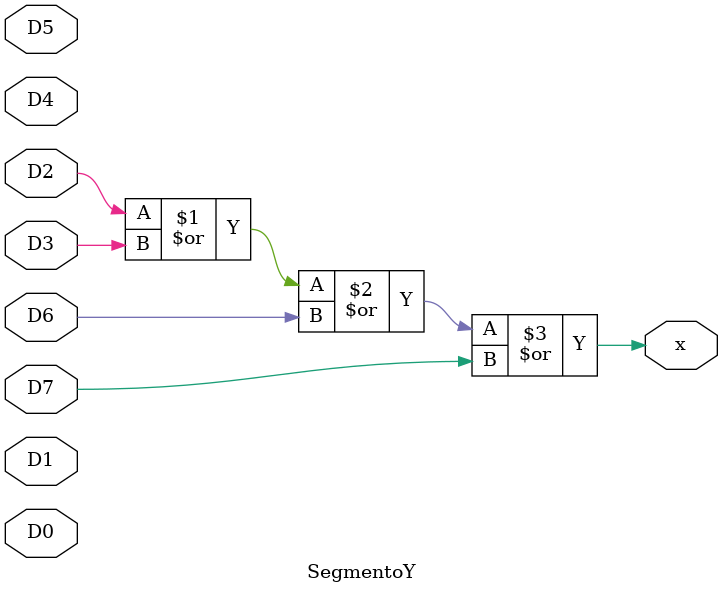
<source format=sv>
module SegmentoY(D0,D1,D2,D3,D4,D5,D6,D7,x);
   input D0,D1,D2,D3,D4,D5,D6,D7;
  output x;
  
  assign x=D2|D3|D6|D7;
  
endmodule
</source>
